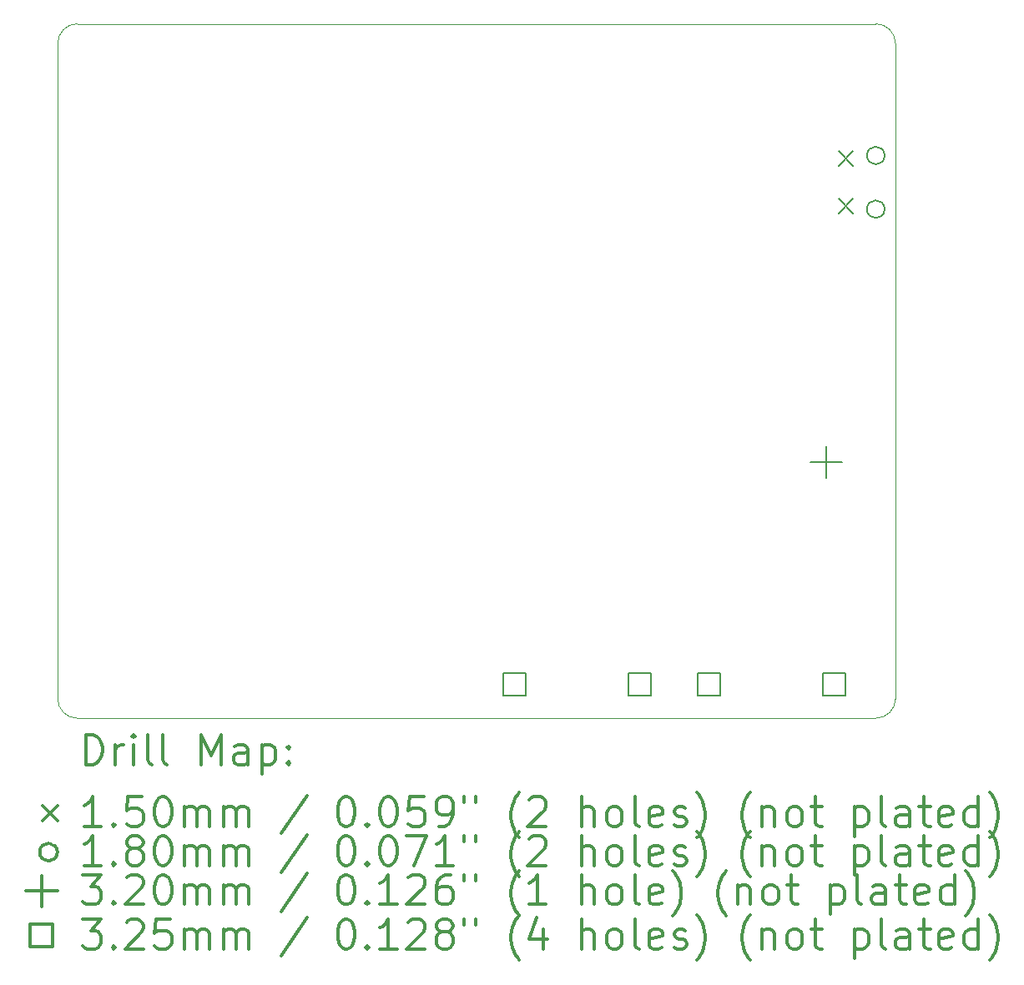
<source format=gbr>
%FSLAX45Y45*%
G04 Gerber Fmt 4.5, Leading zero omitted, Abs format (unit mm)*
G04 Created by KiCad (PCBNEW 5.1.9+dfsg1-1+deb11u1) date 2022-10-19 16:44:58*
%MOMM*%
%LPD*%
G01*
G04 APERTURE LIST*
%TA.AperFunction,Profile*%
%ADD10C,0.050000*%
%TD*%
%ADD11C,0.200000*%
%ADD12C,0.300000*%
G04 APERTURE END LIST*
D10*
X21907500Y-4550000D02*
G75*
G02*
X22107500Y-4750000I0J-200000D01*
G01*
X22107500Y-11400000D02*
G75*
G02*
X21907500Y-11600000I-200000J0D01*
G01*
X13807500Y-11600000D02*
G75*
G02*
X13607500Y-11400000I0J200000D01*
G01*
X13607500Y-4750000D02*
G75*
G02*
X13807500Y-4550000I200000J0D01*
G01*
X22107500Y-11400000D02*
X22107500Y-4750000D01*
X13807500Y-11600000D02*
X21907500Y-11600000D01*
X13607500Y-4750000D02*
X13607500Y-11400000D01*
X21907500Y-4550000D02*
X13807500Y-4550000D01*
D11*
X21529500Y-5841500D02*
X21679500Y-5991500D01*
X21679500Y-5841500D02*
X21529500Y-5991500D01*
X21529500Y-6326500D02*
X21679500Y-6476500D01*
X21679500Y-6326500D02*
X21529500Y-6476500D01*
X21997500Y-5886500D02*
G75*
G03*
X21997500Y-5886500I-90000J0D01*
G01*
X21997500Y-6431500D02*
G75*
G03*
X21997500Y-6431500I-90000J0D01*
G01*
X21407500Y-8840000D02*
X21407500Y-9160000D01*
X21247500Y-9000000D02*
X21567500Y-9000000D01*
X18355406Y-11369906D02*
X18355406Y-11140094D01*
X18125594Y-11140094D01*
X18125594Y-11369906D01*
X18355406Y-11369906D01*
X19625406Y-11369906D02*
X19625406Y-11140094D01*
X19395594Y-11140094D01*
X19395594Y-11369906D01*
X19625406Y-11369906D01*
X20331406Y-11369906D02*
X20331406Y-11140094D01*
X20101594Y-11140094D01*
X20101594Y-11369906D01*
X20331406Y-11369906D01*
X21601406Y-11369906D02*
X21601406Y-11140094D01*
X21371594Y-11140094D01*
X21371594Y-11369906D01*
X21601406Y-11369906D01*
D12*
X13891428Y-12068214D02*
X13891428Y-11768214D01*
X13962857Y-11768214D01*
X14005714Y-11782500D01*
X14034286Y-11811072D01*
X14048571Y-11839643D01*
X14062857Y-11896786D01*
X14062857Y-11939643D01*
X14048571Y-11996786D01*
X14034286Y-12025357D01*
X14005714Y-12053929D01*
X13962857Y-12068214D01*
X13891428Y-12068214D01*
X14191428Y-12068214D02*
X14191428Y-11868214D01*
X14191428Y-11925357D02*
X14205714Y-11896786D01*
X14220000Y-11882500D01*
X14248571Y-11868214D01*
X14277143Y-11868214D01*
X14377143Y-12068214D02*
X14377143Y-11868214D01*
X14377143Y-11768214D02*
X14362857Y-11782500D01*
X14377143Y-11796786D01*
X14391428Y-11782500D01*
X14377143Y-11768214D01*
X14377143Y-11796786D01*
X14562857Y-12068214D02*
X14534286Y-12053929D01*
X14520000Y-12025357D01*
X14520000Y-11768214D01*
X14720000Y-12068214D02*
X14691428Y-12053929D01*
X14677143Y-12025357D01*
X14677143Y-11768214D01*
X15062857Y-12068214D02*
X15062857Y-11768214D01*
X15162857Y-11982500D01*
X15262857Y-11768214D01*
X15262857Y-12068214D01*
X15534286Y-12068214D02*
X15534286Y-11911072D01*
X15520000Y-11882500D01*
X15491428Y-11868214D01*
X15434286Y-11868214D01*
X15405714Y-11882500D01*
X15534286Y-12053929D02*
X15505714Y-12068214D01*
X15434286Y-12068214D01*
X15405714Y-12053929D01*
X15391428Y-12025357D01*
X15391428Y-11996786D01*
X15405714Y-11968214D01*
X15434286Y-11953929D01*
X15505714Y-11953929D01*
X15534286Y-11939643D01*
X15677143Y-11868214D02*
X15677143Y-12168214D01*
X15677143Y-11882500D02*
X15705714Y-11868214D01*
X15762857Y-11868214D01*
X15791428Y-11882500D01*
X15805714Y-11896786D01*
X15820000Y-11925357D01*
X15820000Y-12011072D01*
X15805714Y-12039643D01*
X15791428Y-12053929D01*
X15762857Y-12068214D01*
X15705714Y-12068214D01*
X15677143Y-12053929D01*
X15948571Y-12039643D02*
X15962857Y-12053929D01*
X15948571Y-12068214D01*
X15934286Y-12053929D01*
X15948571Y-12039643D01*
X15948571Y-12068214D01*
X15948571Y-11882500D02*
X15962857Y-11896786D01*
X15948571Y-11911072D01*
X15934286Y-11896786D01*
X15948571Y-11882500D01*
X15948571Y-11911072D01*
X13455000Y-12487500D02*
X13605000Y-12637500D01*
X13605000Y-12487500D02*
X13455000Y-12637500D01*
X14048571Y-12698214D02*
X13877143Y-12698214D01*
X13962857Y-12698214D02*
X13962857Y-12398214D01*
X13934286Y-12441072D01*
X13905714Y-12469643D01*
X13877143Y-12483929D01*
X14177143Y-12669643D02*
X14191428Y-12683929D01*
X14177143Y-12698214D01*
X14162857Y-12683929D01*
X14177143Y-12669643D01*
X14177143Y-12698214D01*
X14462857Y-12398214D02*
X14320000Y-12398214D01*
X14305714Y-12541072D01*
X14320000Y-12526786D01*
X14348571Y-12512500D01*
X14420000Y-12512500D01*
X14448571Y-12526786D01*
X14462857Y-12541072D01*
X14477143Y-12569643D01*
X14477143Y-12641072D01*
X14462857Y-12669643D01*
X14448571Y-12683929D01*
X14420000Y-12698214D01*
X14348571Y-12698214D01*
X14320000Y-12683929D01*
X14305714Y-12669643D01*
X14662857Y-12398214D02*
X14691428Y-12398214D01*
X14720000Y-12412500D01*
X14734286Y-12426786D01*
X14748571Y-12455357D01*
X14762857Y-12512500D01*
X14762857Y-12583929D01*
X14748571Y-12641072D01*
X14734286Y-12669643D01*
X14720000Y-12683929D01*
X14691428Y-12698214D01*
X14662857Y-12698214D01*
X14634286Y-12683929D01*
X14620000Y-12669643D01*
X14605714Y-12641072D01*
X14591428Y-12583929D01*
X14591428Y-12512500D01*
X14605714Y-12455357D01*
X14620000Y-12426786D01*
X14634286Y-12412500D01*
X14662857Y-12398214D01*
X14891428Y-12698214D02*
X14891428Y-12498214D01*
X14891428Y-12526786D02*
X14905714Y-12512500D01*
X14934286Y-12498214D01*
X14977143Y-12498214D01*
X15005714Y-12512500D01*
X15020000Y-12541072D01*
X15020000Y-12698214D01*
X15020000Y-12541072D02*
X15034286Y-12512500D01*
X15062857Y-12498214D01*
X15105714Y-12498214D01*
X15134286Y-12512500D01*
X15148571Y-12541072D01*
X15148571Y-12698214D01*
X15291428Y-12698214D02*
X15291428Y-12498214D01*
X15291428Y-12526786D02*
X15305714Y-12512500D01*
X15334286Y-12498214D01*
X15377143Y-12498214D01*
X15405714Y-12512500D01*
X15420000Y-12541072D01*
X15420000Y-12698214D01*
X15420000Y-12541072D02*
X15434286Y-12512500D01*
X15462857Y-12498214D01*
X15505714Y-12498214D01*
X15534286Y-12512500D01*
X15548571Y-12541072D01*
X15548571Y-12698214D01*
X16134286Y-12383929D02*
X15877143Y-12769643D01*
X16520000Y-12398214D02*
X16548571Y-12398214D01*
X16577143Y-12412500D01*
X16591428Y-12426786D01*
X16605714Y-12455357D01*
X16620000Y-12512500D01*
X16620000Y-12583929D01*
X16605714Y-12641072D01*
X16591428Y-12669643D01*
X16577143Y-12683929D01*
X16548571Y-12698214D01*
X16520000Y-12698214D01*
X16491428Y-12683929D01*
X16477143Y-12669643D01*
X16462857Y-12641072D01*
X16448571Y-12583929D01*
X16448571Y-12512500D01*
X16462857Y-12455357D01*
X16477143Y-12426786D01*
X16491428Y-12412500D01*
X16520000Y-12398214D01*
X16748571Y-12669643D02*
X16762857Y-12683929D01*
X16748571Y-12698214D01*
X16734286Y-12683929D01*
X16748571Y-12669643D01*
X16748571Y-12698214D01*
X16948571Y-12398214D02*
X16977143Y-12398214D01*
X17005714Y-12412500D01*
X17020000Y-12426786D01*
X17034286Y-12455357D01*
X17048571Y-12512500D01*
X17048571Y-12583929D01*
X17034286Y-12641072D01*
X17020000Y-12669643D01*
X17005714Y-12683929D01*
X16977143Y-12698214D01*
X16948571Y-12698214D01*
X16920000Y-12683929D01*
X16905714Y-12669643D01*
X16891428Y-12641072D01*
X16877143Y-12583929D01*
X16877143Y-12512500D01*
X16891428Y-12455357D01*
X16905714Y-12426786D01*
X16920000Y-12412500D01*
X16948571Y-12398214D01*
X17320000Y-12398214D02*
X17177143Y-12398214D01*
X17162857Y-12541072D01*
X17177143Y-12526786D01*
X17205714Y-12512500D01*
X17277143Y-12512500D01*
X17305714Y-12526786D01*
X17320000Y-12541072D01*
X17334286Y-12569643D01*
X17334286Y-12641072D01*
X17320000Y-12669643D01*
X17305714Y-12683929D01*
X17277143Y-12698214D01*
X17205714Y-12698214D01*
X17177143Y-12683929D01*
X17162857Y-12669643D01*
X17477143Y-12698214D02*
X17534286Y-12698214D01*
X17562857Y-12683929D01*
X17577143Y-12669643D01*
X17605714Y-12626786D01*
X17620000Y-12569643D01*
X17620000Y-12455357D01*
X17605714Y-12426786D01*
X17591428Y-12412500D01*
X17562857Y-12398214D01*
X17505714Y-12398214D01*
X17477143Y-12412500D01*
X17462857Y-12426786D01*
X17448571Y-12455357D01*
X17448571Y-12526786D01*
X17462857Y-12555357D01*
X17477143Y-12569643D01*
X17505714Y-12583929D01*
X17562857Y-12583929D01*
X17591428Y-12569643D01*
X17605714Y-12555357D01*
X17620000Y-12526786D01*
X17734286Y-12398214D02*
X17734286Y-12455357D01*
X17848571Y-12398214D02*
X17848571Y-12455357D01*
X18291428Y-12812500D02*
X18277143Y-12798214D01*
X18248571Y-12755357D01*
X18234286Y-12726786D01*
X18220000Y-12683929D01*
X18205714Y-12612500D01*
X18205714Y-12555357D01*
X18220000Y-12483929D01*
X18234286Y-12441072D01*
X18248571Y-12412500D01*
X18277143Y-12369643D01*
X18291428Y-12355357D01*
X18391428Y-12426786D02*
X18405714Y-12412500D01*
X18434286Y-12398214D01*
X18505714Y-12398214D01*
X18534286Y-12412500D01*
X18548571Y-12426786D01*
X18562857Y-12455357D01*
X18562857Y-12483929D01*
X18548571Y-12526786D01*
X18377143Y-12698214D01*
X18562857Y-12698214D01*
X18920000Y-12698214D02*
X18920000Y-12398214D01*
X19048571Y-12698214D02*
X19048571Y-12541072D01*
X19034286Y-12512500D01*
X19005714Y-12498214D01*
X18962857Y-12498214D01*
X18934286Y-12512500D01*
X18920000Y-12526786D01*
X19234286Y-12698214D02*
X19205714Y-12683929D01*
X19191428Y-12669643D01*
X19177143Y-12641072D01*
X19177143Y-12555357D01*
X19191428Y-12526786D01*
X19205714Y-12512500D01*
X19234286Y-12498214D01*
X19277143Y-12498214D01*
X19305714Y-12512500D01*
X19320000Y-12526786D01*
X19334286Y-12555357D01*
X19334286Y-12641072D01*
X19320000Y-12669643D01*
X19305714Y-12683929D01*
X19277143Y-12698214D01*
X19234286Y-12698214D01*
X19505714Y-12698214D02*
X19477143Y-12683929D01*
X19462857Y-12655357D01*
X19462857Y-12398214D01*
X19734286Y-12683929D02*
X19705714Y-12698214D01*
X19648571Y-12698214D01*
X19620000Y-12683929D01*
X19605714Y-12655357D01*
X19605714Y-12541072D01*
X19620000Y-12512500D01*
X19648571Y-12498214D01*
X19705714Y-12498214D01*
X19734286Y-12512500D01*
X19748571Y-12541072D01*
X19748571Y-12569643D01*
X19605714Y-12598214D01*
X19862857Y-12683929D02*
X19891428Y-12698214D01*
X19948571Y-12698214D01*
X19977143Y-12683929D01*
X19991428Y-12655357D01*
X19991428Y-12641072D01*
X19977143Y-12612500D01*
X19948571Y-12598214D01*
X19905714Y-12598214D01*
X19877143Y-12583929D01*
X19862857Y-12555357D01*
X19862857Y-12541072D01*
X19877143Y-12512500D01*
X19905714Y-12498214D01*
X19948571Y-12498214D01*
X19977143Y-12512500D01*
X20091428Y-12812500D02*
X20105714Y-12798214D01*
X20134286Y-12755357D01*
X20148571Y-12726786D01*
X20162857Y-12683929D01*
X20177143Y-12612500D01*
X20177143Y-12555357D01*
X20162857Y-12483929D01*
X20148571Y-12441072D01*
X20134286Y-12412500D01*
X20105714Y-12369643D01*
X20091428Y-12355357D01*
X20634286Y-12812500D02*
X20620000Y-12798214D01*
X20591428Y-12755357D01*
X20577143Y-12726786D01*
X20562857Y-12683929D01*
X20548571Y-12612500D01*
X20548571Y-12555357D01*
X20562857Y-12483929D01*
X20577143Y-12441072D01*
X20591428Y-12412500D01*
X20620000Y-12369643D01*
X20634286Y-12355357D01*
X20748571Y-12498214D02*
X20748571Y-12698214D01*
X20748571Y-12526786D02*
X20762857Y-12512500D01*
X20791428Y-12498214D01*
X20834286Y-12498214D01*
X20862857Y-12512500D01*
X20877143Y-12541072D01*
X20877143Y-12698214D01*
X21062857Y-12698214D02*
X21034286Y-12683929D01*
X21020000Y-12669643D01*
X21005714Y-12641072D01*
X21005714Y-12555357D01*
X21020000Y-12526786D01*
X21034286Y-12512500D01*
X21062857Y-12498214D01*
X21105714Y-12498214D01*
X21134286Y-12512500D01*
X21148571Y-12526786D01*
X21162857Y-12555357D01*
X21162857Y-12641072D01*
X21148571Y-12669643D01*
X21134286Y-12683929D01*
X21105714Y-12698214D01*
X21062857Y-12698214D01*
X21248571Y-12498214D02*
X21362857Y-12498214D01*
X21291428Y-12398214D02*
X21291428Y-12655357D01*
X21305714Y-12683929D01*
X21334286Y-12698214D01*
X21362857Y-12698214D01*
X21691428Y-12498214D02*
X21691428Y-12798214D01*
X21691428Y-12512500D02*
X21720000Y-12498214D01*
X21777143Y-12498214D01*
X21805714Y-12512500D01*
X21820000Y-12526786D01*
X21834286Y-12555357D01*
X21834286Y-12641072D01*
X21820000Y-12669643D01*
X21805714Y-12683929D01*
X21777143Y-12698214D01*
X21720000Y-12698214D01*
X21691428Y-12683929D01*
X22005714Y-12698214D02*
X21977143Y-12683929D01*
X21962857Y-12655357D01*
X21962857Y-12398214D01*
X22248571Y-12698214D02*
X22248571Y-12541072D01*
X22234286Y-12512500D01*
X22205714Y-12498214D01*
X22148571Y-12498214D01*
X22120000Y-12512500D01*
X22248571Y-12683929D02*
X22220000Y-12698214D01*
X22148571Y-12698214D01*
X22120000Y-12683929D01*
X22105714Y-12655357D01*
X22105714Y-12626786D01*
X22120000Y-12598214D01*
X22148571Y-12583929D01*
X22220000Y-12583929D01*
X22248571Y-12569643D01*
X22348571Y-12498214D02*
X22462857Y-12498214D01*
X22391428Y-12398214D02*
X22391428Y-12655357D01*
X22405714Y-12683929D01*
X22434286Y-12698214D01*
X22462857Y-12698214D01*
X22677143Y-12683929D02*
X22648571Y-12698214D01*
X22591428Y-12698214D01*
X22562857Y-12683929D01*
X22548571Y-12655357D01*
X22548571Y-12541072D01*
X22562857Y-12512500D01*
X22591428Y-12498214D01*
X22648571Y-12498214D01*
X22677143Y-12512500D01*
X22691428Y-12541072D01*
X22691428Y-12569643D01*
X22548571Y-12598214D01*
X22948571Y-12698214D02*
X22948571Y-12398214D01*
X22948571Y-12683929D02*
X22920000Y-12698214D01*
X22862857Y-12698214D01*
X22834286Y-12683929D01*
X22820000Y-12669643D01*
X22805714Y-12641072D01*
X22805714Y-12555357D01*
X22820000Y-12526786D01*
X22834286Y-12512500D01*
X22862857Y-12498214D01*
X22920000Y-12498214D01*
X22948571Y-12512500D01*
X23062857Y-12812500D02*
X23077143Y-12798214D01*
X23105714Y-12755357D01*
X23120000Y-12726786D01*
X23134286Y-12683929D01*
X23148571Y-12612500D01*
X23148571Y-12555357D01*
X23134286Y-12483929D01*
X23120000Y-12441072D01*
X23105714Y-12412500D01*
X23077143Y-12369643D01*
X23062857Y-12355357D01*
X13605000Y-12958500D02*
G75*
G03*
X13605000Y-12958500I-90000J0D01*
G01*
X14048571Y-13094214D02*
X13877143Y-13094214D01*
X13962857Y-13094214D02*
X13962857Y-12794214D01*
X13934286Y-12837072D01*
X13905714Y-12865643D01*
X13877143Y-12879929D01*
X14177143Y-13065643D02*
X14191428Y-13079929D01*
X14177143Y-13094214D01*
X14162857Y-13079929D01*
X14177143Y-13065643D01*
X14177143Y-13094214D01*
X14362857Y-12922786D02*
X14334286Y-12908500D01*
X14320000Y-12894214D01*
X14305714Y-12865643D01*
X14305714Y-12851357D01*
X14320000Y-12822786D01*
X14334286Y-12808500D01*
X14362857Y-12794214D01*
X14420000Y-12794214D01*
X14448571Y-12808500D01*
X14462857Y-12822786D01*
X14477143Y-12851357D01*
X14477143Y-12865643D01*
X14462857Y-12894214D01*
X14448571Y-12908500D01*
X14420000Y-12922786D01*
X14362857Y-12922786D01*
X14334286Y-12937072D01*
X14320000Y-12951357D01*
X14305714Y-12979929D01*
X14305714Y-13037072D01*
X14320000Y-13065643D01*
X14334286Y-13079929D01*
X14362857Y-13094214D01*
X14420000Y-13094214D01*
X14448571Y-13079929D01*
X14462857Y-13065643D01*
X14477143Y-13037072D01*
X14477143Y-12979929D01*
X14462857Y-12951357D01*
X14448571Y-12937072D01*
X14420000Y-12922786D01*
X14662857Y-12794214D02*
X14691428Y-12794214D01*
X14720000Y-12808500D01*
X14734286Y-12822786D01*
X14748571Y-12851357D01*
X14762857Y-12908500D01*
X14762857Y-12979929D01*
X14748571Y-13037072D01*
X14734286Y-13065643D01*
X14720000Y-13079929D01*
X14691428Y-13094214D01*
X14662857Y-13094214D01*
X14634286Y-13079929D01*
X14620000Y-13065643D01*
X14605714Y-13037072D01*
X14591428Y-12979929D01*
X14591428Y-12908500D01*
X14605714Y-12851357D01*
X14620000Y-12822786D01*
X14634286Y-12808500D01*
X14662857Y-12794214D01*
X14891428Y-13094214D02*
X14891428Y-12894214D01*
X14891428Y-12922786D02*
X14905714Y-12908500D01*
X14934286Y-12894214D01*
X14977143Y-12894214D01*
X15005714Y-12908500D01*
X15020000Y-12937072D01*
X15020000Y-13094214D01*
X15020000Y-12937072D02*
X15034286Y-12908500D01*
X15062857Y-12894214D01*
X15105714Y-12894214D01*
X15134286Y-12908500D01*
X15148571Y-12937072D01*
X15148571Y-13094214D01*
X15291428Y-13094214D02*
X15291428Y-12894214D01*
X15291428Y-12922786D02*
X15305714Y-12908500D01*
X15334286Y-12894214D01*
X15377143Y-12894214D01*
X15405714Y-12908500D01*
X15420000Y-12937072D01*
X15420000Y-13094214D01*
X15420000Y-12937072D02*
X15434286Y-12908500D01*
X15462857Y-12894214D01*
X15505714Y-12894214D01*
X15534286Y-12908500D01*
X15548571Y-12937072D01*
X15548571Y-13094214D01*
X16134286Y-12779929D02*
X15877143Y-13165643D01*
X16520000Y-12794214D02*
X16548571Y-12794214D01*
X16577143Y-12808500D01*
X16591428Y-12822786D01*
X16605714Y-12851357D01*
X16620000Y-12908500D01*
X16620000Y-12979929D01*
X16605714Y-13037072D01*
X16591428Y-13065643D01*
X16577143Y-13079929D01*
X16548571Y-13094214D01*
X16520000Y-13094214D01*
X16491428Y-13079929D01*
X16477143Y-13065643D01*
X16462857Y-13037072D01*
X16448571Y-12979929D01*
X16448571Y-12908500D01*
X16462857Y-12851357D01*
X16477143Y-12822786D01*
X16491428Y-12808500D01*
X16520000Y-12794214D01*
X16748571Y-13065643D02*
X16762857Y-13079929D01*
X16748571Y-13094214D01*
X16734286Y-13079929D01*
X16748571Y-13065643D01*
X16748571Y-13094214D01*
X16948571Y-12794214D02*
X16977143Y-12794214D01*
X17005714Y-12808500D01*
X17020000Y-12822786D01*
X17034286Y-12851357D01*
X17048571Y-12908500D01*
X17048571Y-12979929D01*
X17034286Y-13037072D01*
X17020000Y-13065643D01*
X17005714Y-13079929D01*
X16977143Y-13094214D01*
X16948571Y-13094214D01*
X16920000Y-13079929D01*
X16905714Y-13065643D01*
X16891428Y-13037072D01*
X16877143Y-12979929D01*
X16877143Y-12908500D01*
X16891428Y-12851357D01*
X16905714Y-12822786D01*
X16920000Y-12808500D01*
X16948571Y-12794214D01*
X17148571Y-12794214D02*
X17348571Y-12794214D01*
X17220000Y-13094214D01*
X17620000Y-13094214D02*
X17448571Y-13094214D01*
X17534286Y-13094214D02*
X17534286Y-12794214D01*
X17505714Y-12837072D01*
X17477143Y-12865643D01*
X17448571Y-12879929D01*
X17734286Y-12794214D02*
X17734286Y-12851357D01*
X17848571Y-12794214D02*
X17848571Y-12851357D01*
X18291428Y-13208500D02*
X18277143Y-13194214D01*
X18248571Y-13151357D01*
X18234286Y-13122786D01*
X18220000Y-13079929D01*
X18205714Y-13008500D01*
X18205714Y-12951357D01*
X18220000Y-12879929D01*
X18234286Y-12837072D01*
X18248571Y-12808500D01*
X18277143Y-12765643D01*
X18291428Y-12751357D01*
X18391428Y-12822786D02*
X18405714Y-12808500D01*
X18434286Y-12794214D01*
X18505714Y-12794214D01*
X18534286Y-12808500D01*
X18548571Y-12822786D01*
X18562857Y-12851357D01*
X18562857Y-12879929D01*
X18548571Y-12922786D01*
X18377143Y-13094214D01*
X18562857Y-13094214D01*
X18920000Y-13094214D02*
X18920000Y-12794214D01*
X19048571Y-13094214D02*
X19048571Y-12937072D01*
X19034286Y-12908500D01*
X19005714Y-12894214D01*
X18962857Y-12894214D01*
X18934286Y-12908500D01*
X18920000Y-12922786D01*
X19234286Y-13094214D02*
X19205714Y-13079929D01*
X19191428Y-13065643D01*
X19177143Y-13037072D01*
X19177143Y-12951357D01*
X19191428Y-12922786D01*
X19205714Y-12908500D01*
X19234286Y-12894214D01*
X19277143Y-12894214D01*
X19305714Y-12908500D01*
X19320000Y-12922786D01*
X19334286Y-12951357D01*
X19334286Y-13037072D01*
X19320000Y-13065643D01*
X19305714Y-13079929D01*
X19277143Y-13094214D01*
X19234286Y-13094214D01*
X19505714Y-13094214D02*
X19477143Y-13079929D01*
X19462857Y-13051357D01*
X19462857Y-12794214D01*
X19734286Y-13079929D02*
X19705714Y-13094214D01*
X19648571Y-13094214D01*
X19620000Y-13079929D01*
X19605714Y-13051357D01*
X19605714Y-12937072D01*
X19620000Y-12908500D01*
X19648571Y-12894214D01*
X19705714Y-12894214D01*
X19734286Y-12908500D01*
X19748571Y-12937072D01*
X19748571Y-12965643D01*
X19605714Y-12994214D01*
X19862857Y-13079929D02*
X19891428Y-13094214D01*
X19948571Y-13094214D01*
X19977143Y-13079929D01*
X19991428Y-13051357D01*
X19991428Y-13037072D01*
X19977143Y-13008500D01*
X19948571Y-12994214D01*
X19905714Y-12994214D01*
X19877143Y-12979929D01*
X19862857Y-12951357D01*
X19862857Y-12937072D01*
X19877143Y-12908500D01*
X19905714Y-12894214D01*
X19948571Y-12894214D01*
X19977143Y-12908500D01*
X20091428Y-13208500D02*
X20105714Y-13194214D01*
X20134286Y-13151357D01*
X20148571Y-13122786D01*
X20162857Y-13079929D01*
X20177143Y-13008500D01*
X20177143Y-12951357D01*
X20162857Y-12879929D01*
X20148571Y-12837072D01*
X20134286Y-12808500D01*
X20105714Y-12765643D01*
X20091428Y-12751357D01*
X20634286Y-13208500D02*
X20620000Y-13194214D01*
X20591428Y-13151357D01*
X20577143Y-13122786D01*
X20562857Y-13079929D01*
X20548571Y-13008500D01*
X20548571Y-12951357D01*
X20562857Y-12879929D01*
X20577143Y-12837072D01*
X20591428Y-12808500D01*
X20620000Y-12765643D01*
X20634286Y-12751357D01*
X20748571Y-12894214D02*
X20748571Y-13094214D01*
X20748571Y-12922786D02*
X20762857Y-12908500D01*
X20791428Y-12894214D01*
X20834286Y-12894214D01*
X20862857Y-12908500D01*
X20877143Y-12937072D01*
X20877143Y-13094214D01*
X21062857Y-13094214D02*
X21034286Y-13079929D01*
X21020000Y-13065643D01*
X21005714Y-13037072D01*
X21005714Y-12951357D01*
X21020000Y-12922786D01*
X21034286Y-12908500D01*
X21062857Y-12894214D01*
X21105714Y-12894214D01*
X21134286Y-12908500D01*
X21148571Y-12922786D01*
X21162857Y-12951357D01*
X21162857Y-13037072D01*
X21148571Y-13065643D01*
X21134286Y-13079929D01*
X21105714Y-13094214D01*
X21062857Y-13094214D01*
X21248571Y-12894214D02*
X21362857Y-12894214D01*
X21291428Y-12794214D02*
X21291428Y-13051357D01*
X21305714Y-13079929D01*
X21334286Y-13094214D01*
X21362857Y-13094214D01*
X21691428Y-12894214D02*
X21691428Y-13194214D01*
X21691428Y-12908500D02*
X21720000Y-12894214D01*
X21777143Y-12894214D01*
X21805714Y-12908500D01*
X21820000Y-12922786D01*
X21834286Y-12951357D01*
X21834286Y-13037072D01*
X21820000Y-13065643D01*
X21805714Y-13079929D01*
X21777143Y-13094214D01*
X21720000Y-13094214D01*
X21691428Y-13079929D01*
X22005714Y-13094214D02*
X21977143Y-13079929D01*
X21962857Y-13051357D01*
X21962857Y-12794214D01*
X22248571Y-13094214D02*
X22248571Y-12937072D01*
X22234286Y-12908500D01*
X22205714Y-12894214D01*
X22148571Y-12894214D01*
X22120000Y-12908500D01*
X22248571Y-13079929D02*
X22220000Y-13094214D01*
X22148571Y-13094214D01*
X22120000Y-13079929D01*
X22105714Y-13051357D01*
X22105714Y-13022786D01*
X22120000Y-12994214D01*
X22148571Y-12979929D01*
X22220000Y-12979929D01*
X22248571Y-12965643D01*
X22348571Y-12894214D02*
X22462857Y-12894214D01*
X22391428Y-12794214D02*
X22391428Y-13051357D01*
X22405714Y-13079929D01*
X22434286Y-13094214D01*
X22462857Y-13094214D01*
X22677143Y-13079929D02*
X22648571Y-13094214D01*
X22591428Y-13094214D01*
X22562857Y-13079929D01*
X22548571Y-13051357D01*
X22548571Y-12937072D01*
X22562857Y-12908500D01*
X22591428Y-12894214D01*
X22648571Y-12894214D01*
X22677143Y-12908500D01*
X22691428Y-12937072D01*
X22691428Y-12965643D01*
X22548571Y-12994214D01*
X22948571Y-13094214D02*
X22948571Y-12794214D01*
X22948571Y-13079929D02*
X22920000Y-13094214D01*
X22862857Y-13094214D01*
X22834286Y-13079929D01*
X22820000Y-13065643D01*
X22805714Y-13037072D01*
X22805714Y-12951357D01*
X22820000Y-12922786D01*
X22834286Y-12908500D01*
X22862857Y-12894214D01*
X22920000Y-12894214D01*
X22948571Y-12908500D01*
X23062857Y-13208500D02*
X23077143Y-13194214D01*
X23105714Y-13151357D01*
X23120000Y-13122786D01*
X23134286Y-13079929D01*
X23148571Y-13008500D01*
X23148571Y-12951357D01*
X23134286Y-12879929D01*
X23120000Y-12837072D01*
X23105714Y-12808500D01*
X23077143Y-12765643D01*
X23062857Y-12751357D01*
X13445000Y-13194500D02*
X13445000Y-13514500D01*
X13285000Y-13354500D02*
X13605000Y-13354500D01*
X13862857Y-13190214D02*
X14048571Y-13190214D01*
X13948571Y-13304500D01*
X13991428Y-13304500D01*
X14020000Y-13318786D01*
X14034286Y-13333072D01*
X14048571Y-13361643D01*
X14048571Y-13433072D01*
X14034286Y-13461643D01*
X14020000Y-13475929D01*
X13991428Y-13490214D01*
X13905714Y-13490214D01*
X13877143Y-13475929D01*
X13862857Y-13461643D01*
X14177143Y-13461643D02*
X14191428Y-13475929D01*
X14177143Y-13490214D01*
X14162857Y-13475929D01*
X14177143Y-13461643D01*
X14177143Y-13490214D01*
X14305714Y-13218786D02*
X14320000Y-13204500D01*
X14348571Y-13190214D01*
X14420000Y-13190214D01*
X14448571Y-13204500D01*
X14462857Y-13218786D01*
X14477143Y-13247357D01*
X14477143Y-13275929D01*
X14462857Y-13318786D01*
X14291428Y-13490214D01*
X14477143Y-13490214D01*
X14662857Y-13190214D02*
X14691428Y-13190214D01*
X14720000Y-13204500D01*
X14734286Y-13218786D01*
X14748571Y-13247357D01*
X14762857Y-13304500D01*
X14762857Y-13375929D01*
X14748571Y-13433072D01*
X14734286Y-13461643D01*
X14720000Y-13475929D01*
X14691428Y-13490214D01*
X14662857Y-13490214D01*
X14634286Y-13475929D01*
X14620000Y-13461643D01*
X14605714Y-13433072D01*
X14591428Y-13375929D01*
X14591428Y-13304500D01*
X14605714Y-13247357D01*
X14620000Y-13218786D01*
X14634286Y-13204500D01*
X14662857Y-13190214D01*
X14891428Y-13490214D02*
X14891428Y-13290214D01*
X14891428Y-13318786D02*
X14905714Y-13304500D01*
X14934286Y-13290214D01*
X14977143Y-13290214D01*
X15005714Y-13304500D01*
X15020000Y-13333072D01*
X15020000Y-13490214D01*
X15020000Y-13333072D02*
X15034286Y-13304500D01*
X15062857Y-13290214D01*
X15105714Y-13290214D01*
X15134286Y-13304500D01*
X15148571Y-13333072D01*
X15148571Y-13490214D01*
X15291428Y-13490214D02*
X15291428Y-13290214D01*
X15291428Y-13318786D02*
X15305714Y-13304500D01*
X15334286Y-13290214D01*
X15377143Y-13290214D01*
X15405714Y-13304500D01*
X15420000Y-13333072D01*
X15420000Y-13490214D01*
X15420000Y-13333072D02*
X15434286Y-13304500D01*
X15462857Y-13290214D01*
X15505714Y-13290214D01*
X15534286Y-13304500D01*
X15548571Y-13333072D01*
X15548571Y-13490214D01*
X16134286Y-13175929D02*
X15877143Y-13561643D01*
X16520000Y-13190214D02*
X16548571Y-13190214D01*
X16577143Y-13204500D01*
X16591428Y-13218786D01*
X16605714Y-13247357D01*
X16620000Y-13304500D01*
X16620000Y-13375929D01*
X16605714Y-13433072D01*
X16591428Y-13461643D01*
X16577143Y-13475929D01*
X16548571Y-13490214D01*
X16520000Y-13490214D01*
X16491428Y-13475929D01*
X16477143Y-13461643D01*
X16462857Y-13433072D01*
X16448571Y-13375929D01*
X16448571Y-13304500D01*
X16462857Y-13247357D01*
X16477143Y-13218786D01*
X16491428Y-13204500D01*
X16520000Y-13190214D01*
X16748571Y-13461643D02*
X16762857Y-13475929D01*
X16748571Y-13490214D01*
X16734286Y-13475929D01*
X16748571Y-13461643D01*
X16748571Y-13490214D01*
X17048571Y-13490214D02*
X16877143Y-13490214D01*
X16962857Y-13490214D02*
X16962857Y-13190214D01*
X16934286Y-13233072D01*
X16905714Y-13261643D01*
X16877143Y-13275929D01*
X17162857Y-13218786D02*
X17177143Y-13204500D01*
X17205714Y-13190214D01*
X17277143Y-13190214D01*
X17305714Y-13204500D01*
X17320000Y-13218786D01*
X17334286Y-13247357D01*
X17334286Y-13275929D01*
X17320000Y-13318786D01*
X17148571Y-13490214D01*
X17334286Y-13490214D01*
X17591428Y-13190214D02*
X17534286Y-13190214D01*
X17505714Y-13204500D01*
X17491428Y-13218786D01*
X17462857Y-13261643D01*
X17448571Y-13318786D01*
X17448571Y-13433072D01*
X17462857Y-13461643D01*
X17477143Y-13475929D01*
X17505714Y-13490214D01*
X17562857Y-13490214D01*
X17591428Y-13475929D01*
X17605714Y-13461643D01*
X17620000Y-13433072D01*
X17620000Y-13361643D01*
X17605714Y-13333072D01*
X17591428Y-13318786D01*
X17562857Y-13304500D01*
X17505714Y-13304500D01*
X17477143Y-13318786D01*
X17462857Y-13333072D01*
X17448571Y-13361643D01*
X17734286Y-13190214D02*
X17734286Y-13247357D01*
X17848571Y-13190214D02*
X17848571Y-13247357D01*
X18291428Y-13604500D02*
X18277143Y-13590214D01*
X18248571Y-13547357D01*
X18234286Y-13518786D01*
X18220000Y-13475929D01*
X18205714Y-13404500D01*
X18205714Y-13347357D01*
X18220000Y-13275929D01*
X18234286Y-13233072D01*
X18248571Y-13204500D01*
X18277143Y-13161643D01*
X18291428Y-13147357D01*
X18562857Y-13490214D02*
X18391428Y-13490214D01*
X18477143Y-13490214D02*
X18477143Y-13190214D01*
X18448571Y-13233072D01*
X18420000Y-13261643D01*
X18391428Y-13275929D01*
X18920000Y-13490214D02*
X18920000Y-13190214D01*
X19048571Y-13490214D02*
X19048571Y-13333072D01*
X19034286Y-13304500D01*
X19005714Y-13290214D01*
X18962857Y-13290214D01*
X18934286Y-13304500D01*
X18920000Y-13318786D01*
X19234286Y-13490214D02*
X19205714Y-13475929D01*
X19191428Y-13461643D01*
X19177143Y-13433072D01*
X19177143Y-13347357D01*
X19191428Y-13318786D01*
X19205714Y-13304500D01*
X19234286Y-13290214D01*
X19277143Y-13290214D01*
X19305714Y-13304500D01*
X19320000Y-13318786D01*
X19334286Y-13347357D01*
X19334286Y-13433072D01*
X19320000Y-13461643D01*
X19305714Y-13475929D01*
X19277143Y-13490214D01*
X19234286Y-13490214D01*
X19505714Y-13490214D02*
X19477143Y-13475929D01*
X19462857Y-13447357D01*
X19462857Y-13190214D01*
X19734286Y-13475929D02*
X19705714Y-13490214D01*
X19648571Y-13490214D01*
X19620000Y-13475929D01*
X19605714Y-13447357D01*
X19605714Y-13333072D01*
X19620000Y-13304500D01*
X19648571Y-13290214D01*
X19705714Y-13290214D01*
X19734286Y-13304500D01*
X19748571Y-13333072D01*
X19748571Y-13361643D01*
X19605714Y-13390214D01*
X19848571Y-13604500D02*
X19862857Y-13590214D01*
X19891428Y-13547357D01*
X19905714Y-13518786D01*
X19920000Y-13475929D01*
X19934286Y-13404500D01*
X19934286Y-13347357D01*
X19920000Y-13275929D01*
X19905714Y-13233072D01*
X19891428Y-13204500D01*
X19862857Y-13161643D01*
X19848571Y-13147357D01*
X20391428Y-13604500D02*
X20377143Y-13590214D01*
X20348571Y-13547357D01*
X20334286Y-13518786D01*
X20320000Y-13475929D01*
X20305714Y-13404500D01*
X20305714Y-13347357D01*
X20320000Y-13275929D01*
X20334286Y-13233072D01*
X20348571Y-13204500D01*
X20377143Y-13161643D01*
X20391428Y-13147357D01*
X20505714Y-13290214D02*
X20505714Y-13490214D01*
X20505714Y-13318786D02*
X20520000Y-13304500D01*
X20548571Y-13290214D01*
X20591428Y-13290214D01*
X20620000Y-13304500D01*
X20634286Y-13333072D01*
X20634286Y-13490214D01*
X20820000Y-13490214D02*
X20791428Y-13475929D01*
X20777143Y-13461643D01*
X20762857Y-13433072D01*
X20762857Y-13347357D01*
X20777143Y-13318786D01*
X20791428Y-13304500D01*
X20820000Y-13290214D01*
X20862857Y-13290214D01*
X20891428Y-13304500D01*
X20905714Y-13318786D01*
X20920000Y-13347357D01*
X20920000Y-13433072D01*
X20905714Y-13461643D01*
X20891428Y-13475929D01*
X20862857Y-13490214D01*
X20820000Y-13490214D01*
X21005714Y-13290214D02*
X21120000Y-13290214D01*
X21048571Y-13190214D02*
X21048571Y-13447357D01*
X21062857Y-13475929D01*
X21091428Y-13490214D01*
X21120000Y-13490214D01*
X21448571Y-13290214D02*
X21448571Y-13590214D01*
X21448571Y-13304500D02*
X21477143Y-13290214D01*
X21534286Y-13290214D01*
X21562857Y-13304500D01*
X21577143Y-13318786D01*
X21591428Y-13347357D01*
X21591428Y-13433072D01*
X21577143Y-13461643D01*
X21562857Y-13475929D01*
X21534286Y-13490214D01*
X21477143Y-13490214D01*
X21448571Y-13475929D01*
X21762857Y-13490214D02*
X21734286Y-13475929D01*
X21720000Y-13447357D01*
X21720000Y-13190214D01*
X22005714Y-13490214D02*
X22005714Y-13333072D01*
X21991428Y-13304500D01*
X21962857Y-13290214D01*
X21905714Y-13290214D01*
X21877143Y-13304500D01*
X22005714Y-13475929D02*
X21977143Y-13490214D01*
X21905714Y-13490214D01*
X21877143Y-13475929D01*
X21862857Y-13447357D01*
X21862857Y-13418786D01*
X21877143Y-13390214D01*
X21905714Y-13375929D01*
X21977143Y-13375929D01*
X22005714Y-13361643D01*
X22105714Y-13290214D02*
X22220000Y-13290214D01*
X22148571Y-13190214D02*
X22148571Y-13447357D01*
X22162857Y-13475929D01*
X22191428Y-13490214D01*
X22220000Y-13490214D01*
X22434286Y-13475929D02*
X22405714Y-13490214D01*
X22348571Y-13490214D01*
X22320000Y-13475929D01*
X22305714Y-13447357D01*
X22305714Y-13333072D01*
X22320000Y-13304500D01*
X22348571Y-13290214D01*
X22405714Y-13290214D01*
X22434286Y-13304500D01*
X22448571Y-13333072D01*
X22448571Y-13361643D01*
X22305714Y-13390214D01*
X22705714Y-13490214D02*
X22705714Y-13190214D01*
X22705714Y-13475929D02*
X22677143Y-13490214D01*
X22620000Y-13490214D01*
X22591428Y-13475929D01*
X22577143Y-13461643D01*
X22562857Y-13433072D01*
X22562857Y-13347357D01*
X22577143Y-13318786D01*
X22591428Y-13304500D01*
X22620000Y-13290214D01*
X22677143Y-13290214D01*
X22705714Y-13304500D01*
X22820000Y-13604500D02*
X22834286Y-13590214D01*
X22862857Y-13547357D01*
X22877143Y-13518786D01*
X22891428Y-13475929D01*
X22905714Y-13404500D01*
X22905714Y-13347357D01*
X22891428Y-13275929D01*
X22877143Y-13233072D01*
X22862857Y-13204500D01*
X22834286Y-13161643D01*
X22820000Y-13147357D01*
X13557406Y-13919406D02*
X13557406Y-13689594D01*
X13327594Y-13689594D01*
X13327594Y-13919406D01*
X13557406Y-13919406D01*
X13862857Y-13640214D02*
X14048571Y-13640214D01*
X13948571Y-13754500D01*
X13991428Y-13754500D01*
X14020000Y-13768786D01*
X14034286Y-13783072D01*
X14048571Y-13811643D01*
X14048571Y-13883072D01*
X14034286Y-13911643D01*
X14020000Y-13925929D01*
X13991428Y-13940214D01*
X13905714Y-13940214D01*
X13877143Y-13925929D01*
X13862857Y-13911643D01*
X14177143Y-13911643D02*
X14191428Y-13925929D01*
X14177143Y-13940214D01*
X14162857Y-13925929D01*
X14177143Y-13911643D01*
X14177143Y-13940214D01*
X14305714Y-13668786D02*
X14320000Y-13654500D01*
X14348571Y-13640214D01*
X14420000Y-13640214D01*
X14448571Y-13654500D01*
X14462857Y-13668786D01*
X14477143Y-13697357D01*
X14477143Y-13725929D01*
X14462857Y-13768786D01*
X14291428Y-13940214D01*
X14477143Y-13940214D01*
X14748571Y-13640214D02*
X14605714Y-13640214D01*
X14591428Y-13783072D01*
X14605714Y-13768786D01*
X14634286Y-13754500D01*
X14705714Y-13754500D01*
X14734286Y-13768786D01*
X14748571Y-13783072D01*
X14762857Y-13811643D01*
X14762857Y-13883072D01*
X14748571Y-13911643D01*
X14734286Y-13925929D01*
X14705714Y-13940214D01*
X14634286Y-13940214D01*
X14605714Y-13925929D01*
X14591428Y-13911643D01*
X14891428Y-13940214D02*
X14891428Y-13740214D01*
X14891428Y-13768786D02*
X14905714Y-13754500D01*
X14934286Y-13740214D01*
X14977143Y-13740214D01*
X15005714Y-13754500D01*
X15020000Y-13783072D01*
X15020000Y-13940214D01*
X15020000Y-13783072D02*
X15034286Y-13754500D01*
X15062857Y-13740214D01*
X15105714Y-13740214D01*
X15134286Y-13754500D01*
X15148571Y-13783072D01*
X15148571Y-13940214D01*
X15291428Y-13940214D02*
X15291428Y-13740214D01*
X15291428Y-13768786D02*
X15305714Y-13754500D01*
X15334286Y-13740214D01*
X15377143Y-13740214D01*
X15405714Y-13754500D01*
X15420000Y-13783072D01*
X15420000Y-13940214D01*
X15420000Y-13783072D02*
X15434286Y-13754500D01*
X15462857Y-13740214D01*
X15505714Y-13740214D01*
X15534286Y-13754500D01*
X15548571Y-13783072D01*
X15548571Y-13940214D01*
X16134286Y-13625929D02*
X15877143Y-14011643D01*
X16520000Y-13640214D02*
X16548571Y-13640214D01*
X16577143Y-13654500D01*
X16591428Y-13668786D01*
X16605714Y-13697357D01*
X16620000Y-13754500D01*
X16620000Y-13825929D01*
X16605714Y-13883072D01*
X16591428Y-13911643D01*
X16577143Y-13925929D01*
X16548571Y-13940214D01*
X16520000Y-13940214D01*
X16491428Y-13925929D01*
X16477143Y-13911643D01*
X16462857Y-13883072D01*
X16448571Y-13825929D01*
X16448571Y-13754500D01*
X16462857Y-13697357D01*
X16477143Y-13668786D01*
X16491428Y-13654500D01*
X16520000Y-13640214D01*
X16748571Y-13911643D02*
X16762857Y-13925929D01*
X16748571Y-13940214D01*
X16734286Y-13925929D01*
X16748571Y-13911643D01*
X16748571Y-13940214D01*
X17048571Y-13940214D02*
X16877143Y-13940214D01*
X16962857Y-13940214D02*
X16962857Y-13640214D01*
X16934286Y-13683072D01*
X16905714Y-13711643D01*
X16877143Y-13725929D01*
X17162857Y-13668786D02*
X17177143Y-13654500D01*
X17205714Y-13640214D01*
X17277143Y-13640214D01*
X17305714Y-13654500D01*
X17320000Y-13668786D01*
X17334286Y-13697357D01*
X17334286Y-13725929D01*
X17320000Y-13768786D01*
X17148571Y-13940214D01*
X17334286Y-13940214D01*
X17505714Y-13768786D02*
X17477143Y-13754500D01*
X17462857Y-13740214D01*
X17448571Y-13711643D01*
X17448571Y-13697357D01*
X17462857Y-13668786D01*
X17477143Y-13654500D01*
X17505714Y-13640214D01*
X17562857Y-13640214D01*
X17591428Y-13654500D01*
X17605714Y-13668786D01*
X17620000Y-13697357D01*
X17620000Y-13711643D01*
X17605714Y-13740214D01*
X17591428Y-13754500D01*
X17562857Y-13768786D01*
X17505714Y-13768786D01*
X17477143Y-13783072D01*
X17462857Y-13797357D01*
X17448571Y-13825929D01*
X17448571Y-13883072D01*
X17462857Y-13911643D01*
X17477143Y-13925929D01*
X17505714Y-13940214D01*
X17562857Y-13940214D01*
X17591428Y-13925929D01*
X17605714Y-13911643D01*
X17620000Y-13883072D01*
X17620000Y-13825929D01*
X17605714Y-13797357D01*
X17591428Y-13783072D01*
X17562857Y-13768786D01*
X17734286Y-13640214D02*
X17734286Y-13697357D01*
X17848571Y-13640214D02*
X17848571Y-13697357D01*
X18291428Y-14054500D02*
X18277143Y-14040214D01*
X18248571Y-13997357D01*
X18234286Y-13968786D01*
X18220000Y-13925929D01*
X18205714Y-13854500D01*
X18205714Y-13797357D01*
X18220000Y-13725929D01*
X18234286Y-13683072D01*
X18248571Y-13654500D01*
X18277143Y-13611643D01*
X18291428Y-13597357D01*
X18534286Y-13740214D02*
X18534286Y-13940214D01*
X18462857Y-13625929D02*
X18391428Y-13840214D01*
X18577143Y-13840214D01*
X18920000Y-13940214D02*
X18920000Y-13640214D01*
X19048571Y-13940214D02*
X19048571Y-13783072D01*
X19034286Y-13754500D01*
X19005714Y-13740214D01*
X18962857Y-13740214D01*
X18934286Y-13754500D01*
X18920000Y-13768786D01*
X19234286Y-13940214D02*
X19205714Y-13925929D01*
X19191428Y-13911643D01*
X19177143Y-13883072D01*
X19177143Y-13797357D01*
X19191428Y-13768786D01*
X19205714Y-13754500D01*
X19234286Y-13740214D01*
X19277143Y-13740214D01*
X19305714Y-13754500D01*
X19320000Y-13768786D01*
X19334286Y-13797357D01*
X19334286Y-13883072D01*
X19320000Y-13911643D01*
X19305714Y-13925929D01*
X19277143Y-13940214D01*
X19234286Y-13940214D01*
X19505714Y-13940214D02*
X19477143Y-13925929D01*
X19462857Y-13897357D01*
X19462857Y-13640214D01*
X19734286Y-13925929D02*
X19705714Y-13940214D01*
X19648571Y-13940214D01*
X19620000Y-13925929D01*
X19605714Y-13897357D01*
X19605714Y-13783072D01*
X19620000Y-13754500D01*
X19648571Y-13740214D01*
X19705714Y-13740214D01*
X19734286Y-13754500D01*
X19748571Y-13783072D01*
X19748571Y-13811643D01*
X19605714Y-13840214D01*
X19862857Y-13925929D02*
X19891428Y-13940214D01*
X19948571Y-13940214D01*
X19977143Y-13925929D01*
X19991428Y-13897357D01*
X19991428Y-13883072D01*
X19977143Y-13854500D01*
X19948571Y-13840214D01*
X19905714Y-13840214D01*
X19877143Y-13825929D01*
X19862857Y-13797357D01*
X19862857Y-13783072D01*
X19877143Y-13754500D01*
X19905714Y-13740214D01*
X19948571Y-13740214D01*
X19977143Y-13754500D01*
X20091428Y-14054500D02*
X20105714Y-14040214D01*
X20134286Y-13997357D01*
X20148571Y-13968786D01*
X20162857Y-13925929D01*
X20177143Y-13854500D01*
X20177143Y-13797357D01*
X20162857Y-13725929D01*
X20148571Y-13683072D01*
X20134286Y-13654500D01*
X20105714Y-13611643D01*
X20091428Y-13597357D01*
X20634286Y-14054500D02*
X20620000Y-14040214D01*
X20591428Y-13997357D01*
X20577143Y-13968786D01*
X20562857Y-13925929D01*
X20548571Y-13854500D01*
X20548571Y-13797357D01*
X20562857Y-13725929D01*
X20577143Y-13683072D01*
X20591428Y-13654500D01*
X20620000Y-13611643D01*
X20634286Y-13597357D01*
X20748571Y-13740214D02*
X20748571Y-13940214D01*
X20748571Y-13768786D02*
X20762857Y-13754500D01*
X20791428Y-13740214D01*
X20834286Y-13740214D01*
X20862857Y-13754500D01*
X20877143Y-13783072D01*
X20877143Y-13940214D01*
X21062857Y-13940214D02*
X21034286Y-13925929D01*
X21020000Y-13911643D01*
X21005714Y-13883072D01*
X21005714Y-13797357D01*
X21020000Y-13768786D01*
X21034286Y-13754500D01*
X21062857Y-13740214D01*
X21105714Y-13740214D01*
X21134286Y-13754500D01*
X21148571Y-13768786D01*
X21162857Y-13797357D01*
X21162857Y-13883072D01*
X21148571Y-13911643D01*
X21134286Y-13925929D01*
X21105714Y-13940214D01*
X21062857Y-13940214D01*
X21248571Y-13740214D02*
X21362857Y-13740214D01*
X21291428Y-13640214D02*
X21291428Y-13897357D01*
X21305714Y-13925929D01*
X21334286Y-13940214D01*
X21362857Y-13940214D01*
X21691428Y-13740214D02*
X21691428Y-14040214D01*
X21691428Y-13754500D02*
X21720000Y-13740214D01*
X21777143Y-13740214D01*
X21805714Y-13754500D01*
X21820000Y-13768786D01*
X21834286Y-13797357D01*
X21834286Y-13883072D01*
X21820000Y-13911643D01*
X21805714Y-13925929D01*
X21777143Y-13940214D01*
X21720000Y-13940214D01*
X21691428Y-13925929D01*
X22005714Y-13940214D02*
X21977143Y-13925929D01*
X21962857Y-13897357D01*
X21962857Y-13640214D01*
X22248571Y-13940214D02*
X22248571Y-13783072D01*
X22234286Y-13754500D01*
X22205714Y-13740214D01*
X22148571Y-13740214D01*
X22120000Y-13754500D01*
X22248571Y-13925929D02*
X22220000Y-13940214D01*
X22148571Y-13940214D01*
X22120000Y-13925929D01*
X22105714Y-13897357D01*
X22105714Y-13868786D01*
X22120000Y-13840214D01*
X22148571Y-13825929D01*
X22220000Y-13825929D01*
X22248571Y-13811643D01*
X22348571Y-13740214D02*
X22462857Y-13740214D01*
X22391428Y-13640214D02*
X22391428Y-13897357D01*
X22405714Y-13925929D01*
X22434286Y-13940214D01*
X22462857Y-13940214D01*
X22677143Y-13925929D02*
X22648571Y-13940214D01*
X22591428Y-13940214D01*
X22562857Y-13925929D01*
X22548571Y-13897357D01*
X22548571Y-13783072D01*
X22562857Y-13754500D01*
X22591428Y-13740214D01*
X22648571Y-13740214D01*
X22677143Y-13754500D01*
X22691428Y-13783072D01*
X22691428Y-13811643D01*
X22548571Y-13840214D01*
X22948571Y-13940214D02*
X22948571Y-13640214D01*
X22948571Y-13925929D02*
X22920000Y-13940214D01*
X22862857Y-13940214D01*
X22834286Y-13925929D01*
X22820000Y-13911643D01*
X22805714Y-13883072D01*
X22805714Y-13797357D01*
X22820000Y-13768786D01*
X22834286Y-13754500D01*
X22862857Y-13740214D01*
X22920000Y-13740214D01*
X22948571Y-13754500D01*
X23062857Y-14054500D02*
X23077143Y-14040214D01*
X23105714Y-13997357D01*
X23120000Y-13968786D01*
X23134286Y-13925929D01*
X23148571Y-13854500D01*
X23148571Y-13797357D01*
X23134286Y-13725929D01*
X23120000Y-13683072D01*
X23105714Y-13654500D01*
X23077143Y-13611643D01*
X23062857Y-13597357D01*
M02*

</source>
